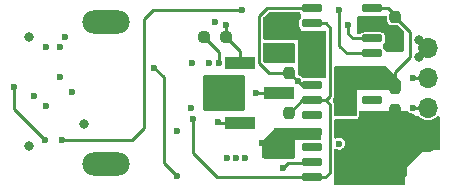
<source format=gbl>
%TF.GenerationSoftware,KiCad,Pcbnew,(6.0.0)*%
%TF.CreationDate,2025-09-03T22:59:34+02:00*%
%TF.ProjectId,Smart Servo Control Board Rev.1,536d6172-7420-4536-9572-766f20436f6e,rev?*%
%TF.SameCoordinates,Original*%
%TF.FileFunction,Copper,L4,Bot*%
%TF.FilePolarity,Positive*%
%FSLAX46Y46*%
G04 Gerber Fmt 4.6, Leading zero omitted, Abs format (unit mm)*
G04 Created by KiCad (PCBNEW (6.0.0)) date 2025-09-03 22:59:34*
%MOMM*%
%LPD*%
G01*
G04 APERTURE LIST*
G04 Aperture macros list*
%AMRoundRect*
0 Rectangle with rounded corners*
0 $1 Rounding radius*
0 $2 $3 $4 $5 $6 $7 $8 $9 X,Y pos of 4 corners*
0 Add a 4 corners polygon primitive as box body*
4,1,4,$2,$3,$4,$5,$6,$7,$8,$9,$2,$3,0*
0 Add four circle primitives for the rounded corners*
1,1,$1+$1,$2,$3*
1,1,$1+$1,$4,$5*
1,1,$1+$1,$6,$7*
1,1,$1+$1,$8,$9*
0 Add four rect primitives between the rounded corners*
20,1,$1+$1,$2,$3,$4,$5,0*
20,1,$1+$1,$4,$5,$6,$7,0*
20,1,$1+$1,$6,$7,$8,$9,0*
20,1,$1+$1,$8,$9,$2,$3,0*%
G04 Aperture macros list end*
%TA.AperFunction,SMDPad,CuDef*%
%ADD10R,1.700000X1.700000*%
%TD*%
%TA.AperFunction,SMDPad,CuDef*%
%ADD11O,1.700000X1.700000*%
%TD*%
%TA.AperFunction,ComponentPad*%
%ADD12O,4.000000X2.000000*%
%TD*%
%TA.AperFunction,SMDPad,CuDef*%
%ADD13R,2.000000X3.000000*%
%TD*%
%TA.AperFunction,SMDPad,CuDef*%
%ADD14RoundRect,0.237500X0.237500X-0.250000X0.237500X0.250000X-0.237500X0.250000X-0.237500X-0.250000X0*%
%TD*%
%TA.AperFunction,SMDPad,CuDef*%
%ADD15RoundRect,0.237500X-0.237500X0.250000X-0.237500X-0.250000X0.237500X-0.250000X0.237500X0.250000X0*%
%TD*%
%TA.AperFunction,SMDPad,CuDef*%
%ADD16RoundRect,0.150000X0.725000X0.150000X-0.725000X0.150000X-0.725000X-0.150000X0.725000X-0.150000X0*%
%TD*%
%TA.AperFunction,SMDPad,CuDef*%
%ADD17RoundRect,0.150000X-0.725000X-0.150000X0.725000X-0.150000X0.725000X0.150000X-0.725000X0.150000X0*%
%TD*%
%TA.AperFunction,SMDPad,CuDef*%
%ADD18RoundRect,0.237500X0.250000X0.237500X-0.250000X0.237500X-0.250000X-0.237500X0.250000X-0.237500X0*%
%TD*%
%TA.AperFunction,SMDPad,CuDef*%
%ADD19R,2.510000X1.000000*%
%TD*%
%TA.AperFunction,ViaPad*%
%ADD20C,0.600000*%
%TD*%
%TA.AperFunction,ViaPad*%
%ADD21C,0.800000*%
%TD*%
%TA.AperFunction,Conductor*%
%ADD22C,0.250000*%
%TD*%
G04 APERTURE END LIST*
D10*
%TO.P,J1,1,Pin_1*%
%TO.N,GNDD*%
X70775000Y-41300000D03*
D11*
%TO.P,J1,2,Pin_2*%
%TO.N,SCL1*%
X70775000Y-38760000D03*
%TO.P,J1,3,Pin_3*%
%TO.N,SDA1*%
X70775000Y-36220000D03*
%TO.P,J1,4,Pin_4*%
%TO.N,+5V*%
X70775000Y-33680000D03*
%TD*%
D12*
%TO.P,J2,1,Pin_1*%
%TO.N,Net-(C8-Pad1)*%
X43500000Y-31500000D03*
D13*
%TO.P,J2,2,Pin_2*%
%TO.N,GNDD*%
X52750000Y-37500000D03*
D12*
%TO.P,J2,3,Pin_3*%
%TO.N,Net-(C11-Pad2)*%
X43500000Y-43500000D03*
%TD*%
D14*
%TO.P,C6,1*%
%TO.N,GNDD*%
X68000000Y-32912500D03*
%TO.P,C6,2*%
%TO.N,+3V3*%
X68000000Y-31087500D03*
%TD*%
D15*
%TO.P,R2,1*%
%TO.N,+3V3*%
X59000000Y-33962500D03*
%TO.P,R2,2*%
%TO.N,SCL2*%
X59000000Y-35787500D03*
%TD*%
D16*
%TO.P,U5,1,A0*%
%TO.N,GNDD*%
X66075000Y-40845000D03*
%TO.P,U5,2,A1*%
X66075000Y-42115000D03*
%TO.P,U5,3,A2*%
X66075000Y-43385000D03*
%TO.P,U5,4,GND*%
X66075000Y-44655000D03*
%TO.P,U5,5,SDA*%
%TO.N,SDA2*%
X60925000Y-44655000D03*
%TO.P,U5,6,SCL*%
%TO.N,SCL2*%
X60925000Y-43385000D03*
%TO.P,U5,7,WP*%
%TO.N,unconnected-(U5-Pad7)*%
X60925000Y-42115000D03*
%TO.P,U5,8,VCC*%
%TO.N,+3V3*%
X60925000Y-40845000D03*
%TD*%
%TO.P,U6,1,5V*%
%TO.N,+3V3*%
X66075000Y-35595000D03*
%TO.P,U6,2,3.3V*%
X66075000Y-36865000D03*
%TO.P,U6,3,OUT*%
%TO.N,unconnected-(U6-Pad3)*%
X66075000Y-38135000D03*
%TO.P,U6,4,GND*%
%TO.N,GNDD*%
X66075000Y-39405000D03*
%TO.P,U6,5,PGO*%
%TO.N,unconnected-(U6-Pad5)*%
X60925000Y-39405000D03*
%TO.P,U6,6,SDA*%
%TO.N,SDA2*%
X60925000Y-38135000D03*
%TO.P,U6,7,SCL*%
%TO.N,SCL2*%
X60925000Y-36865000D03*
%TO.P,U6,8,DIR*%
%TO.N,GNDD*%
X60925000Y-35595000D03*
%TD*%
D17*
%TO.P,U3,1,A1*%
%TO.N,GNDD*%
X60925000Y-34155000D03*
%TO.P,U3,2,A0*%
X60925000Y-32885000D03*
%TO.P,U3,3,SDA*%
%TO.N,SDA2*%
X60925000Y-31615000D03*
%TO.P,U3,4,SCL*%
%TO.N,SCL2*%
X60925000Y-30345000D03*
%TO.P,U3,5,VS*%
%TO.N,+3V3*%
X66075000Y-30345000D03*
%TO.P,U3,6,GND*%
%TO.N,GNDD*%
X66075000Y-31615000D03*
%TO.P,U3,7,IN-*%
%TO.N,Net-(C7-Pad2)*%
X66075000Y-32885000D03*
%TO.P,U3,8,IN+*%
%TO.N,Net-(C7-Pad1)*%
X66075000Y-34155000D03*
%TD*%
D14*
%TO.P,R3,1*%
%TO.N,+3V3*%
X59000000Y-41037500D03*
%TO.P,R3,2*%
%TO.N,SDA2*%
X59000000Y-39212500D03*
%TD*%
D18*
%TO.P,R1,1*%
%TO.N,NRST*%
X53662500Y-32750000D03*
%TO.P,R1,2*%
%TO.N,+3V3*%
X51837500Y-32750000D03*
%TD*%
D19*
%TO.P,J3,5,Pin_5*%
%TO.N,+3V3*%
X58155000Y-42580000D03*
%TO.P,J3,4,Pin_4*%
%TO.N,SWDIO*%
X54845000Y-40040000D03*
%TO.P,J3,3,Pin_3*%
%TO.N,SWCLK*%
X58155000Y-37500000D03*
%TO.P,J3,2,Pin_2*%
%TO.N,NRST*%
X54845000Y-34960000D03*
%TO.P,J3,1,Pin_1*%
%TO.N,GNDD*%
X58155000Y-32420000D03*
%TD*%
D14*
%TO.P,C13,1*%
%TO.N,GNDD*%
X68000000Y-38912500D03*
%TO.P,C13,2*%
%TO.N,+3V3*%
X68000000Y-37087500D03*
%TD*%
D20*
%TO.N,SCL2*%
X58500000Y-43850500D03*
%TO.N,GNDD*%
X63500000Y-44750000D03*
X64250000Y-44750000D03*
X64250000Y-44000000D03*
X63500000Y-44000000D03*
%TO.N,+3V3*%
X40000000Y-32800000D03*
%TO.N,GNDD*%
X40600000Y-37400000D03*
X39600000Y-36200000D03*
X38400000Y-38600000D03*
X37400000Y-37800000D03*
X54500000Y-38500000D03*
X54500000Y-37500000D03*
X54500000Y-36500000D03*
X57250000Y-31250000D03*
X58250000Y-31250000D03*
D21*
%TO.N,HB2*%
X37000000Y-32800000D03*
D20*
%TO.N,GNDD*%
X55250000Y-43000000D03*
X54500000Y-43000000D03*
X53750000Y-43000000D03*
%TO.N,+3V3*%
X56750000Y-41750000D03*
%TO.N,GNDD*%
X52750000Y-31500000D03*
%TO.N,DRV1*%
X38400000Y-33600000D03*
%TO.N,GNDD*%
X59250000Y-31250000D03*
X68500000Y-33750000D03*
X67500000Y-33750000D03*
D21*
%TO.N,+5V*%
X70000000Y-34500000D03*
X37000000Y-42000000D03*
X70000000Y-33000000D03*
D20*
%TO.N,+3V3*%
X63250000Y-41800000D03*
X63250000Y-38500000D03*
X63250000Y-37750000D03*
X63250000Y-37000000D03*
X63250000Y-36250000D03*
X53090498Y-35000000D03*
%TO.N,GNDD*%
X68750000Y-41250000D03*
X68000000Y-41250000D03*
X67250000Y-43500000D03*
X68750000Y-43500000D03*
X68000000Y-43500000D03*
X67250000Y-41250000D03*
X69500000Y-42500000D03*
%TO.N,+3V3*%
X57500000Y-34250000D03*
X49500000Y-40750000D03*
%TO.N,Net-(C7-Pad1)*%
X63250000Y-30500000D03*
%TO.N,Net-(C7-Pad2)*%
X64000000Y-31750000D03*
%TO.N,HB1*%
X38365000Y-41500000D03*
X35750000Y-37000000D03*
D21*
%TO.N,HB2*%
X41637500Y-40137500D03*
D20*
%TO.N,SCL1*%
X69500000Y-38750000D03*
%TO.N,SDA1*%
X69500000Y-36250000D03*
%TO.N,SWCLK*%
X56250000Y-37500000D03*
%TO.N,SWDIO*%
X53000000Y-40000000D03*
%TO.N,NRST*%
X53662500Y-31750000D03*
%TO.N,SCL2*%
X50750000Y-38750000D03*
X59750000Y-36500000D03*
%TO.N,SDA2*%
X50875500Y-39750000D03*
%TO.N,ISENS*%
X55000000Y-30500000D03*
X39750000Y-41500000D03*
%TO.N,ADC2*%
X49500000Y-44500000D03*
X47600000Y-35400000D03*
%TO.N,DRV2*%
X52200000Y-35000000D03*
X39600000Y-33600000D03*
%TO.N,DRV1*%
X50800000Y-35000000D03*
%TD*%
D22*
%TO.N,+3V3*%
X53090498Y-34002998D02*
X51837500Y-32750000D01*
X53090498Y-35000000D02*
X53090498Y-34002998D01*
%TO.N,ADC2*%
X48400000Y-43400000D02*
X49500000Y-44500000D01*
X48400000Y-36200000D02*
X48400000Y-43400000D01*
X47600000Y-35400000D02*
X48400000Y-36200000D01*
%TO.N,ISENS*%
X46750000Y-40500000D02*
X46750000Y-31250000D01*
X45750000Y-41500000D02*
X46750000Y-40500000D01*
X39750000Y-41500000D02*
X45750000Y-41500000D01*
X46750000Y-31250000D02*
X47500000Y-30500000D01*
X47500000Y-30500000D02*
X55000000Y-30500000D01*
%TO.N,SDA2*%
X62500000Y-44250000D02*
X62095000Y-44655000D01*
X62500000Y-38500000D02*
X62500000Y-44250000D01*
X62135000Y-38135000D02*
X62500000Y-38500000D01*
X62095000Y-44655000D02*
X60925000Y-44655000D01*
X61865000Y-38135000D02*
X62135000Y-38135000D01*
X62115000Y-38135000D02*
X61865000Y-38135000D01*
X62500000Y-37750000D02*
X62115000Y-38135000D01*
X62500000Y-32000000D02*
X62500000Y-37750000D01*
X62115000Y-31615000D02*
X62500000Y-32000000D01*
X60925000Y-31615000D02*
X62115000Y-31615000D01*
%TO.N,Net-(C7-Pad2)*%
X64000000Y-32500000D02*
X64385000Y-32885000D01*
X64000000Y-31750000D02*
X64000000Y-32500000D01*
X64385000Y-32885000D02*
X66075000Y-32885000D01*
%TO.N,Net-(C7-Pad1)*%
X63905000Y-34155000D02*
X66075000Y-34155000D01*
X63250000Y-33500000D02*
X63905000Y-34155000D01*
X63250000Y-30500000D02*
X63250000Y-33500000D01*
%TO.N,SCL2*%
X56500000Y-31250000D02*
X56500000Y-31000000D01*
%TO.N,SWDIO*%
X53000000Y-40000000D02*
X53040000Y-40040000D01*
X53040000Y-40040000D02*
X54845000Y-40040000D01*
%TO.N,SWCLK*%
X56250000Y-37500000D02*
X58155000Y-37500000D01*
%TO.N,SDA2*%
X52905000Y-44655000D02*
X59345000Y-44655000D01*
X50875500Y-42625500D02*
X52905000Y-44655000D01*
X50875500Y-39750000D02*
X50875500Y-42625500D01*
%TO.N,HB1*%
X35750000Y-38885000D02*
X35750000Y-37000000D01*
X38365000Y-41500000D02*
X35750000Y-38885000D01*
%TO.N,SCL2*%
X60905489Y-43404511D02*
X60925000Y-43385000D01*
X58945989Y-43404511D02*
X60905489Y-43404511D01*
X58500000Y-43850500D02*
X58945989Y-43404511D01*
%TO.N,SDA2*%
X60925000Y-44655000D02*
X59345000Y-44655000D01*
%TO.N,+3V3*%
X59000000Y-41750000D02*
X59000000Y-41037500D01*
X68000000Y-35750000D02*
X68000000Y-37087500D01*
X69250000Y-34500000D02*
X68000000Y-35750000D01*
X69250000Y-32337500D02*
X69250000Y-34500000D01*
X68000000Y-31087500D02*
X69250000Y-32337500D01*
X66075000Y-30345000D02*
X67405000Y-30345000D01*
X68000000Y-30940000D02*
X67405000Y-30345000D01*
X57787500Y-33962500D02*
X57500000Y-34250000D01*
X68000000Y-31087500D02*
X68000000Y-30940000D01*
X59000000Y-33962500D02*
X57787500Y-33962500D01*
%TO.N,SCL1*%
X70725000Y-38780000D02*
X69530000Y-38780000D01*
X69530000Y-38780000D02*
X69500000Y-38750000D01*
%TO.N,SDA1*%
X70725000Y-36240000D02*
X69510000Y-36240000D01*
X69510000Y-36240000D02*
X69500000Y-36250000D01*
%TO.N,NRST*%
X53662500Y-32750000D02*
X53662500Y-31750000D01*
X53662500Y-32750000D02*
X54845000Y-33932500D01*
X54845000Y-33932500D02*
X54845000Y-34960000D01*
%TO.N,SCL2*%
X60115000Y-36865000D02*
X60925000Y-36865000D01*
X59750000Y-36500000D02*
X59037500Y-35787500D01*
X59750000Y-36500000D02*
X60115000Y-36865000D01*
X57287500Y-35787500D02*
X56500000Y-35000000D01*
X56500000Y-35000000D02*
X56500000Y-31250000D01*
X56500000Y-31000000D02*
X57155000Y-30345000D01*
X59000000Y-35787500D02*
X57287500Y-35787500D01*
X59037500Y-35787500D02*
X59000000Y-35787500D01*
X57155000Y-30345000D02*
X60925000Y-30345000D01*
%TO.N,SDA2*%
X61865000Y-38135000D02*
X60925000Y-38135000D01*
X60115000Y-38135000D02*
X60925000Y-38135000D01*
X59000000Y-39250000D02*
X60115000Y-38135000D01*
%TD*%
%TA.AperFunction,Conductor*%
%TO.N,+3V3*%
G36*
X61693039Y-40519685D02*
G01*
X61738794Y-40572489D01*
X61750000Y-40624000D01*
X61750000Y-41376000D01*
X61730315Y-41443039D01*
X61677511Y-41488794D01*
X61626000Y-41500000D01*
X59500000Y-41500000D01*
X59500000Y-42876000D01*
X59480315Y-42943039D01*
X59427511Y-42988794D01*
X59376000Y-43000000D01*
X56874000Y-43000000D01*
X56806961Y-42980315D01*
X56761206Y-42927511D01*
X56750000Y-42876000D01*
X56750000Y-41551362D01*
X56769685Y-41484323D01*
X56786319Y-41463681D01*
X57713681Y-40536319D01*
X57775004Y-40502834D01*
X57801362Y-40500000D01*
X61626000Y-40500000D01*
X61693039Y-40519685D01*
G37*
%TD.AperFunction*%
%TD*%
%TA.AperFunction,Conductor*%
%TO.N,+3V3*%
G36*
X59443039Y-33269685D02*
G01*
X59488794Y-33322489D01*
X59500000Y-33374000D01*
X59500000Y-34876000D01*
X59480315Y-34943039D01*
X59427511Y-34988794D01*
X59376000Y-35000000D01*
X57011688Y-35000000D01*
X56944649Y-34980315D01*
X56924007Y-34963681D01*
X56861819Y-34901493D01*
X56828334Y-34840170D01*
X56825500Y-34813812D01*
X56825500Y-33374000D01*
X56845185Y-33306961D01*
X56897989Y-33261206D01*
X56949500Y-33250000D01*
X59376000Y-33250000D01*
X59443039Y-33269685D01*
G37*
%TD.AperFunction*%
%TD*%
%TA.AperFunction,Conductor*%
%TO.N,+3V3*%
G36*
X67265677Y-35269685D02*
G01*
X67286319Y-35286319D01*
X68463681Y-36463681D01*
X68497166Y-36525004D01*
X68500000Y-36551362D01*
X68500000Y-37126000D01*
X68480315Y-37193039D01*
X68427511Y-37238794D01*
X68376000Y-37250000D01*
X64750000Y-37250000D01*
X64750000Y-39376000D01*
X64730315Y-39443039D01*
X64677511Y-39488794D01*
X64626000Y-39500000D01*
X62949500Y-39500000D01*
X62882461Y-39480315D01*
X62836706Y-39427511D01*
X62825500Y-39376000D01*
X62825500Y-38519627D01*
X62825972Y-38508819D01*
X62828318Y-38482001D01*
X62829264Y-38471193D01*
X62819483Y-38434690D01*
X62817145Y-38424143D01*
X62812472Y-38397641D01*
X62810588Y-38386955D01*
X62805162Y-38377558D01*
X62803904Y-38374100D01*
X62802361Y-38370791D01*
X62799554Y-38360316D01*
X62777894Y-38329383D01*
X62772080Y-38320257D01*
X62766612Y-38310786D01*
X62750000Y-38248787D01*
X62750000Y-38001214D01*
X62766614Y-37939212D01*
X62772084Y-37929738D01*
X62777894Y-37920618D01*
X62793331Y-37898571D01*
X62799554Y-37889684D01*
X62802361Y-37879209D01*
X62803908Y-37875892D01*
X62805165Y-37872439D01*
X62810588Y-37863045D01*
X62817148Y-37825845D01*
X62819489Y-37815288D01*
X62826455Y-37789288D01*
X62826455Y-37789287D01*
X62829263Y-37778807D01*
X62825972Y-37741189D01*
X62825500Y-37730382D01*
X62825500Y-35374000D01*
X62845185Y-35306961D01*
X62897989Y-35261206D01*
X62949500Y-35250000D01*
X67198638Y-35250000D01*
X67265677Y-35269685D01*
G37*
%TD.AperFunction*%
%TD*%
%TA.AperFunction,Conductor*%
%TO.N,GNDD*%
G36*
X69031237Y-39020825D02*
G01*
X69113243Y-39075495D01*
X69139371Y-39098874D01*
X69162970Y-39126948D01*
X69282313Y-39206390D01*
X69316647Y-39217117D01*
X69348447Y-39232298D01*
X69477207Y-39318138D01*
X69734723Y-39489816D01*
X69734725Y-39489817D01*
X69750000Y-39500000D01*
X69977961Y-39500000D01*
X70045000Y-39519685D01*
X70058328Y-39529569D01*
X70167950Y-39622865D01*
X70167955Y-39622869D01*
X70172564Y-39626791D01*
X70352398Y-39727297D01*
X70548329Y-39790959D01*
X70554347Y-39791677D01*
X70554349Y-39791677D01*
X70696410Y-39808616D01*
X70752894Y-39815351D01*
X70758938Y-39814886D01*
X70758939Y-39814886D01*
X70820266Y-39810167D01*
X70958300Y-39799546D01*
X71043596Y-39775731D01*
X71150885Y-39745776D01*
X71150889Y-39745774D01*
X71156725Y-39744145D01*
X71340610Y-39651258D01*
X71500567Y-39526286D01*
X71565515Y-39500525D01*
X71576910Y-39500000D01*
X71676000Y-39500000D01*
X71743039Y-39519685D01*
X71788794Y-39572489D01*
X71800000Y-39624000D01*
X71800000Y-42188418D01*
X71780315Y-42255457D01*
X71727511Y-42301212D01*
X71682490Y-42312248D01*
X71668306Y-42312991D01*
X71668299Y-42312992D01*
X71665050Y-42313162D01*
X71661836Y-42313671D01*
X71661827Y-42313672D01*
X71393267Y-42356208D01*
X71333769Y-42365632D01*
X71009788Y-42452442D01*
X71006772Y-42453600D01*
X71006765Y-42453602D01*
X70907351Y-42491764D01*
X70862913Y-42500000D01*
X70250000Y-42500000D01*
X69000000Y-43750000D01*
X69000000Y-44362913D01*
X68991764Y-44407351D01*
X68959958Y-44490209D01*
X68952442Y-44509788D01*
X68865632Y-44833769D01*
X68813162Y-45165050D01*
X68812992Y-45168299D01*
X68812991Y-45168306D01*
X68812248Y-45182490D01*
X68789082Y-45248407D01*
X68733955Y-45291336D01*
X68688418Y-45300000D01*
X62924000Y-45300000D01*
X62856961Y-45280315D01*
X62811206Y-45227511D01*
X62800000Y-45176000D01*
X62800000Y-44408491D01*
X62806881Y-44369465D01*
X62810588Y-44363045D01*
X62817147Y-44325846D01*
X62819488Y-44315284D01*
X62829263Y-44278807D01*
X62825972Y-44241189D01*
X62825500Y-44230382D01*
X62825500Y-42350225D01*
X62845185Y-42283186D01*
X62897989Y-42237431D01*
X62967147Y-42227487D01*
X63018209Y-42247002D01*
X63032313Y-42256390D01*
X63118084Y-42283186D01*
X63160722Y-42296507D01*
X63160723Y-42296507D01*
X63169157Y-42299142D01*
X63177992Y-42299304D01*
X63197799Y-42299667D01*
X63312499Y-42301770D01*
X63321015Y-42299448D01*
X63321017Y-42299448D01*
X63442298Y-42266383D01*
X63442301Y-42266382D01*
X63450817Y-42264060D01*
X63572991Y-42189045D01*
X63669200Y-42082754D01*
X63731710Y-41953733D01*
X63755496Y-41812354D01*
X63755647Y-41800000D01*
X63735323Y-41658082D01*
X63675984Y-41527572D01*
X63582400Y-41418963D01*
X63462095Y-41340985D01*
X63324739Y-41299907D01*
X63315905Y-41299853D01*
X63227357Y-41299312D01*
X63181376Y-41299031D01*
X63043529Y-41338428D01*
X63036057Y-41343142D01*
X63036058Y-41343142D01*
X63015668Y-41356007D01*
X62948467Y-41375133D01*
X62881594Y-41354890D01*
X62836280Y-41301707D01*
X62825500Y-41251137D01*
X62825500Y-39824000D01*
X62845185Y-39756961D01*
X62897989Y-39711206D01*
X62949500Y-39700000D01*
X64626000Y-39700000D01*
X64652643Y-39697135D01*
X64665205Y-39695785D01*
X64665207Y-39695785D01*
X64668515Y-39695429D01*
X64697199Y-39689189D01*
X64719237Y-39684395D01*
X64719263Y-39684389D01*
X64720026Y-39684223D01*
X64721135Y-39683952D01*
X64722401Y-39683643D01*
X64722405Y-39683642D01*
X64729931Y-39681802D01*
X64808483Y-39639944D01*
X64861287Y-39594189D01*
X64878761Y-39577068D01*
X64922213Y-39499387D01*
X64925024Y-39489816D01*
X64940650Y-39436597D01*
X64941898Y-39432348D01*
X64950000Y-39376000D01*
X64950000Y-39124000D01*
X64969685Y-39056961D01*
X65022489Y-39011206D01*
X65074000Y-39000000D01*
X68962456Y-39000000D01*
X69031237Y-39020825D01*
G37*
%TD.AperFunction*%
%TD*%
%TA.AperFunction,Conductor*%
%TO.N,GNDD*%
G36*
X67267539Y-31019685D02*
G01*
X67313294Y-31072489D01*
X67324500Y-31124000D01*
X67324501Y-31302674D01*
X67324501Y-31389832D01*
X67327399Y-31420500D01*
X67371039Y-31544768D01*
X67449289Y-31650711D01*
X67555232Y-31728961D01*
X67631098Y-31755603D01*
X67672369Y-31770097D01*
X67672371Y-31770097D01*
X67679500Y-31772601D01*
X67687021Y-31773312D01*
X67707253Y-31775225D01*
X67707263Y-31775225D01*
X67710167Y-31775500D01*
X67738104Y-31775500D01*
X68176311Y-31775499D01*
X68243350Y-31795183D01*
X68263992Y-31811818D01*
X68713681Y-32261507D01*
X68747166Y-32322830D01*
X68750000Y-32349188D01*
X68750000Y-33876000D01*
X68730315Y-33943039D01*
X68677511Y-33988794D01*
X68626000Y-34000000D01*
X67260293Y-34000000D01*
X67193254Y-33980315D01*
X67147499Y-33927511D01*
X67141879Y-33912798D01*
X67141761Y-33912418D01*
X67140358Y-33902888D01*
X67088932Y-33798145D01*
X67081677Y-33790902D01*
X67081675Y-33790900D01*
X67036396Y-33745700D01*
X67002857Y-33684406D01*
X67000000Y-33657942D01*
X67000000Y-33382099D01*
X67019685Y-33315060D01*
X67036242Y-33294495D01*
X67082051Y-33248606D01*
X67082054Y-33248601D01*
X67089293Y-33241350D01*
X67093792Y-33232145D01*
X67093794Y-33232143D01*
X67136308Y-33145167D01*
X67140536Y-33136518D01*
X67150500Y-33068218D01*
X67150500Y-32701782D01*
X67140358Y-32632888D01*
X67088932Y-32528145D01*
X67047892Y-32487177D01*
X67013602Y-32452946D01*
X67013601Y-32452945D01*
X67006350Y-32445707D01*
X66997145Y-32441208D01*
X66997143Y-32441206D01*
X66940356Y-32413448D01*
X66901518Y-32394464D01*
X66891994Y-32393075D01*
X66891992Y-32393074D01*
X66837669Y-32385149D01*
X66837664Y-32385149D01*
X66833218Y-32384500D01*
X65316782Y-32384500D01*
X65247888Y-32394642D01*
X65143145Y-32446068D01*
X65135904Y-32453322D01*
X65125640Y-32463604D01*
X65064346Y-32497143D01*
X65037881Y-32500000D01*
X64874000Y-32500000D01*
X64806961Y-32480315D01*
X64761206Y-32427511D01*
X64750000Y-32376000D01*
X64750000Y-31124000D01*
X64769685Y-31056961D01*
X64822489Y-31011206D01*
X64874000Y-31000000D01*
X67200500Y-31000000D01*
X67267539Y-31019685D01*
G37*
%TD.AperFunction*%
%TD*%
%TA.AperFunction,Conductor*%
%TO.N,GNDD*%
G36*
X59895398Y-30690185D02*
G01*
X59915964Y-30706742D01*
X59963605Y-30754300D01*
X59997143Y-30815594D01*
X60000000Y-30842058D01*
X60000000Y-31117901D01*
X59980315Y-31184940D01*
X59963758Y-31205505D01*
X59917949Y-31251394D01*
X59917946Y-31251399D01*
X59910707Y-31258650D01*
X59906208Y-31267855D01*
X59906206Y-31267857D01*
X59878448Y-31324644D01*
X59859464Y-31363482D01*
X59849500Y-31431782D01*
X59849500Y-31798218D01*
X59859642Y-31867112D01*
X59911068Y-31971855D01*
X59918323Y-31979098D01*
X59918325Y-31979100D01*
X59963604Y-32024300D01*
X59997143Y-32085594D01*
X60000000Y-32112058D01*
X60000000Y-32250000D01*
X62050500Y-32250000D01*
X62117539Y-32269685D01*
X62163294Y-32322489D01*
X62174500Y-32374000D01*
X62174500Y-36126000D01*
X62154815Y-36193039D01*
X62102011Y-36238794D01*
X62050500Y-36250000D01*
X60252146Y-36250000D01*
X60185107Y-36230315D01*
X60158208Y-36206942D01*
X60088463Y-36126000D01*
X60082400Y-36118963D01*
X59962095Y-36040985D01*
X59838470Y-36004013D01*
X59779883Y-35965947D01*
X59751176Y-35902247D01*
X59750000Y-35885213D01*
X59750000Y-33000000D01*
X56949500Y-33000000D01*
X56882461Y-32980315D01*
X56836706Y-32927511D01*
X56825500Y-32876000D01*
X56825500Y-31186188D01*
X56845185Y-31119149D01*
X56861819Y-31098507D01*
X57253507Y-30706819D01*
X57314830Y-30673334D01*
X57341188Y-30670500D01*
X59828359Y-30670500D01*
X59895398Y-30690185D01*
G37*
%TD.AperFunction*%
%TD*%
%TA.AperFunction,Conductor*%
%TO.N,GNDD*%
G36*
X55193039Y-36019685D02*
G01*
X55238794Y-36072489D01*
X55250000Y-36124000D01*
X55250000Y-38876000D01*
X55230315Y-38943039D01*
X55177511Y-38988794D01*
X55126000Y-39000000D01*
X51874000Y-39000000D01*
X51806961Y-38980315D01*
X51761206Y-38927511D01*
X51750000Y-38876000D01*
X51750000Y-36124000D01*
X51769685Y-36056961D01*
X51822489Y-36011206D01*
X51874000Y-36000000D01*
X55126000Y-36000000D01*
X55193039Y-36019685D01*
G37*
%TD.AperFunction*%
%TD*%
M02*

</source>
